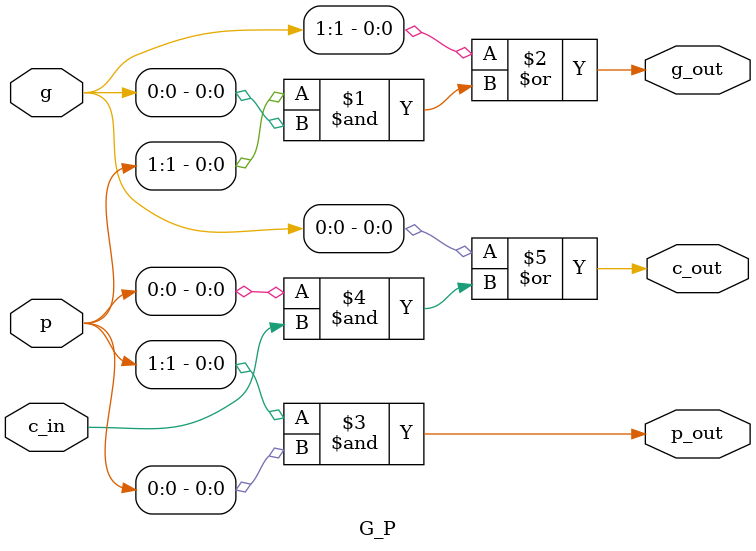
<source format=v>
module G_P(
	input[1:0] g,p,
	input c_in,
	output g_out,p_out,c_out
	);
	assign g_out = g[1] | p[1] & g[0];
	assign p_out = p[1] & p[0];
	assign c_out = g[0] | p[0] & c_in;
endmodule
</source>
